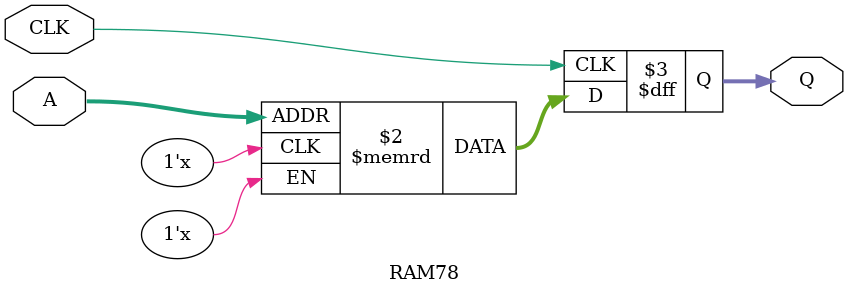
<source format=v>
module RAM78 (CLK,A,Q);
    input CLK;
    input [7:0] A;
    output [3:0] Q;
    reg [3:0] Q;
    reg [3:0] mem[255:0] /* synthesis ram_init_file="MXBC_H_music.mif" */;
    always @(posedge CLK)
        Q<=mem[A];
endmodule
</source>
